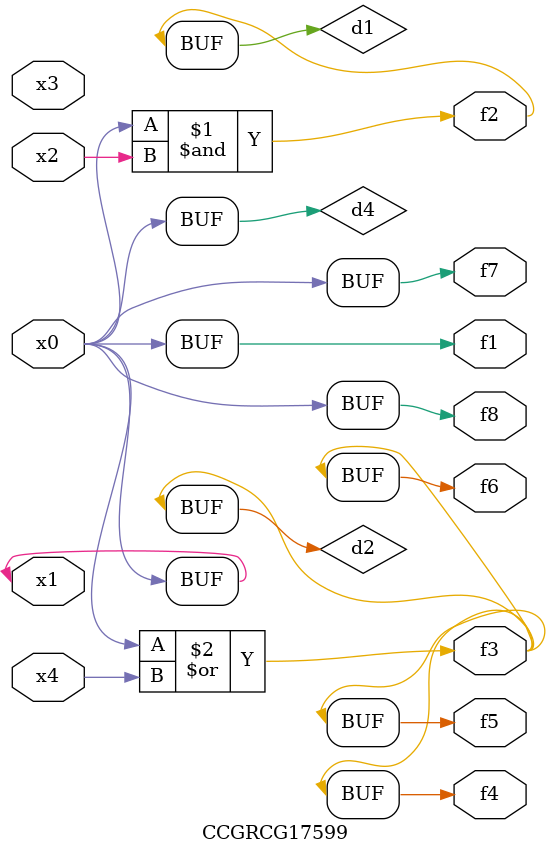
<source format=v>
module CCGRCG17599(
	input x0, x1, x2, x3, x4,
	output f1, f2, f3, f4, f5, f6, f7, f8
);

	wire d1, d2, d3, d4;

	and (d1, x0, x2);
	or (d2, x0, x4);
	nand (d3, x0, x2);
	buf (d4, x0, x1);
	assign f1 = d4;
	assign f2 = d1;
	assign f3 = d2;
	assign f4 = d2;
	assign f5 = d2;
	assign f6 = d2;
	assign f7 = d4;
	assign f8 = d4;
endmodule

</source>
